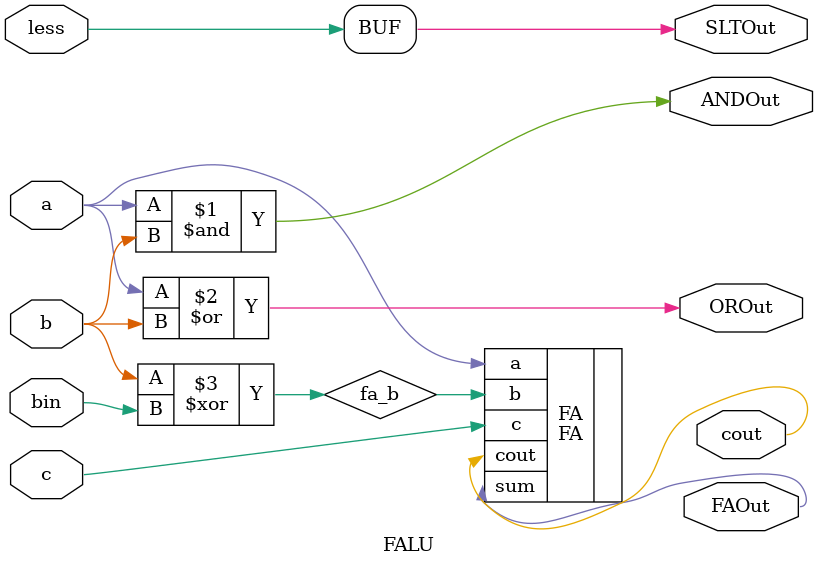
<source format=v>

module FALU( a, b, less, bin, c, cout, ANDOut, OROut, FAOut, SLTOut );
	input a, b, less, bin, c;
	output cout, ANDOut, OROut, FAOut, SLTOut ;
	
	wire   fa_b;
	
	and (ANDOut, a, b);
	
	or (OROut, a, b);
	
	xor (fa_b, b, bin);
	FA FA(.a(a), .b(fa_b), .c(c), .cout(cout), .sum(FAOut));
	
	assign SLTOut = less;

endmodule
</source>
